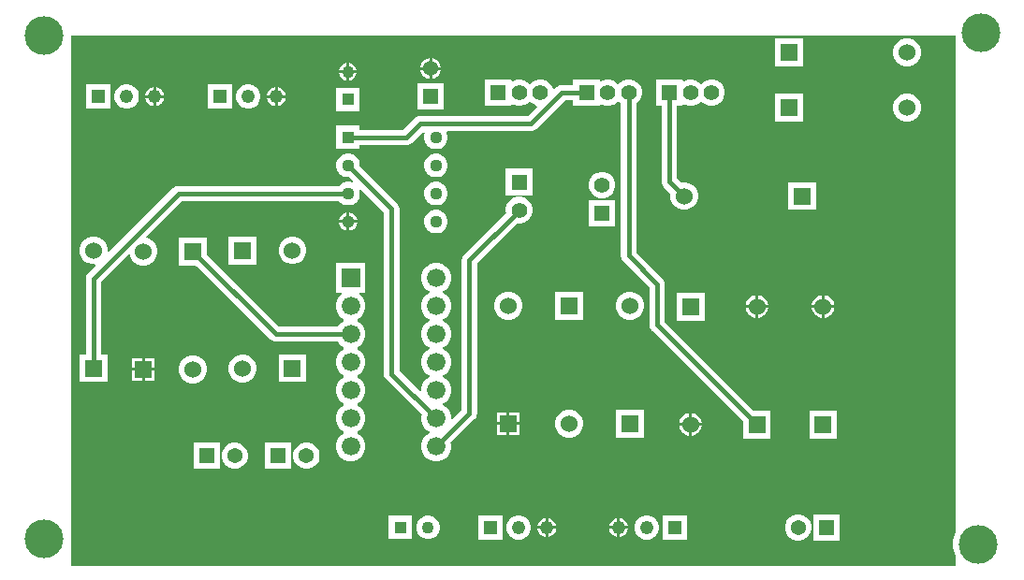
<source format=gbl>
G04*
G04 #@! TF.GenerationSoftware,Altium Limited,Altium Designer,23.7.1 (13)*
G04*
G04 Layer_Physical_Order=2*
G04 Layer_Color=16711680*
%FSLAX44Y44*%
%MOMM*%
G71*
G04*
G04 #@! TF.SameCoordinates,153F72C1-2EA9-491F-B8CB-9A114FCA6393*
G04*
G04*
G04 #@! TF.FilePolarity,Positive*
G04*
G01*
G75*
%ADD14C,1.5240*%
%ADD15R,1.5240X1.5240*%
%ADD31R,1.5240X1.5240*%
%ADD33C,0.3810*%
%ADD35C,3.5000*%
%ADD36C,1.6764*%
%ADD37R,1.6764X1.6764*%
%ADD38C,1.4000*%
%ADD39R,1.4000X1.4000*%
%ADD40R,1.4000X1.4000*%
%ADD41C,1.3700*%
%ADD42R,1.3700X1.3700*%
%ADD43R,1.1000X1.1000*%
%ADD44C,1.1000*%
%ADD45R,1.2180X1.2180*%
%ADD46C,1.2180*%
%ADD47R,1.3700X1.3700*%
%ADD48R,1.1300X1.1300*%
%ADD49C,1.1300*%
%ADD50R,1.1000X1.1000*%
G36*
X1379960Y1098026D02*
X1380000Y1097825D01*
Y650511D01*
X1378365Y646563D01*
X1377500Y642216D01*
Y637784D01*
X1378365Y633437D01*
X1380000Y629489D01*
Y620000D01*
X580000D01*
Y1100000D01*
X1379960D01*
Y1098026D01*
D02*
G37*
%LPC*%
G36*
X1337542Y1097620D02*
X1334218D01*
X1331009Y1096760D01*
X1328131Y1095098D01*
X1325782Y1092749D01*
X1324120Y1089871D01*
X1323260Y1086662D01*
Y1083338D01*
X1324120Y1080129D01*
X1325782Y1077251D01*
X1328131Y1074902D01*
X1331009Y1073240D01*
X1334218Y1072380D01*
X1337542D01*
X1340751Y1073240D01*
X1343629Y1074902D01*
X1345979Y1077251D01*
X1347640Y1080129D01*
X1348500Y1083338D01*
Y1086662D01*
X1347640Y1089871D01*
X1345979Y1092749D01*
X1343629Y1095098D01*
X1340751Y1096760D01*
X1337542Y1097620D01*
D02*
G37*
G36*
X1241820D02*
X1216580D01*
Y1072380D01*
X1241820D01*
Y1097620D01*
D02*
G37*
G36*
X906270Y1079781D02*
Y1071670D01*
X914381D01*
X913750Y1074024D01*
X912514Y1076166D01*
X910766Y1077914D01*
X908624Y1079150D01*
X906270Y1079781D01*
D02*
G37*
G36*
X903730Y1079781D02*
X901376Y1079150D01*
X899234Y1077914D01*
X897486Y1076166D01*
X896250Y1074024D01*
X895619Y1071670D01*
X903730D01*
Y1079781D01*
D02*
G37*
G36*
X831270Y1075483D02*
Y1068770D01*
X837983D01*
X837492Y1070603D01*
X836434Y1072437D01*
X834937Y1073934D01*
X833103Y1074992D01*
X831270Y1075483D01*
D02*
G37*
G36*
X828730D02*
X826897Y1074992D01*
X825063Y1073934D01*
X823566Y1072437D01*
X822508Y1070603D01*
X822017Y1068770D01*
X828730D01*
Y1075483D01*
D02*
G37*
G36*
X903730Y1069130D02*
X895619D01*
X896250Y1066776D01*
X897486Y1064634D01*
X899234Y1062886D01*
X901376Y1061650D01*
X903730Y1061019D01*
Y1069130D01*
D02*
G37*
G36*
X914381D02*
X906270D01*
Y1061019D01*
X908624Y1061650D01*
X910766Y1062886D01*
X912514Y1064634D01*
X913750Y1066776D01*
X914381Y1069130D01*
D02*
G37*
G36*
X837983Y1066230D02*
X831270D01*
Y1059517D01*
X833103Y1060008D01*
X834937Y1061066D01*
X836434Y1062563D01*
X837492Y1064397D01*
X837983Y1066230D01*
D02*
G37*
G36*
X828730D02*
X822017D01*
X822508Y1064397D01*
X823566Y1062563D01*
X825063Y1061066D01*
X826897Y1060008D01*
X828730Y1059517D01*
Y1066230D01*
D02*
G37*
G36*
X1160630Y1060650D02*
X1157470D01*
X1154418Y1059832D01*
X1151682Y1058252D01*
X1149448Y1056018D01*
X1149408Y1056013D01*
X1147368Y1058052D01*
X1144632Y1059632D01*
X1141580Y1060450D01*
X1138420D01*
X1135368Y1059632D01*
X1134050Y1058871D01*
X1132950Y1059506D01*
Y1060650D01*
X1108950D01*
Y1036650D01*
X1113985D01*
Y968170D01*
X1114223Y966367D01*
X1114919Y964688D01*
X1116025Y963245D01*
X1121734Y957536D01*
X1121500Y956662D01*
Y953338D01*
X1122360Y950129D01*
X1124022Y947251D01*
X1126371Y944902D01*
X1129249Y943240D01*
X1132458Y942380D01*
X1135781D01*
X1138991Y943240D01*
X1141869Y944902D01*
X1144219Y947251D01*
X1145880Y950129D01*
X1146740Y953338D01*
Y956662D01*
X1145880Y959871D01*
X1144219Y962749D01*
X1141869Y965098D01*
X1138991Y966760D01*
X1135781Y967620D01*
X1132458D01*
X1131584Y967386D01*
X1127915Y971055D01*
Y1036650D01*
X1132950D01*
Y1037394D01*
X1134050Y1038029D01*
X1135368Y1037268D01*
X1138420Y1036450D01*
X1141580D01*
X1144632Y1037268D01*
X1147368Y1038848D01*
X1149602Y1041082D01*
X1149642Y1041087D01*
X1151682Y1039048D01*
X1154418Y1037468D01*
X1157470Y1036650D01*
X1160630D01*
X1163682Y1037468D01*
X1166418Y1039048D01*
X1168652Y1041282D01*
X1170232Y1044018D01*
X1171050Y1047070D01*
Y1050230D01*
X1170232Y1053282D01*
X1168652Y1056018D01*
X1166418Y1058252D01*
X1163682Y1059832D01*
X1160630Y1060650D01*
D02*
G37*
G36*
X1085630D02*
X1082470D01*
X1079418Y1059832D01*
X1076682Y1058252D01*
X1074448Y1056018D01*
X1074408Y1056013D01*
X1072368Y1058052D01*
X1069632Y1059632D01*
X1066580Y1060450D01*
X1063420D01*
X1060368Y1059632D01*
X1059050Y1058871D01*
X1057950Y1059506D01*
Y1060650D01*
X1033950D01*
Y1055615D01*
X1023715D01*
X1021912Y1055377D01*
X1020232Y1054681D01*
X1018790Y1053575D01*
X1016820Y1051605D01*
X1015593Y1051934D01*
X1015232Y1053282D01*
X1013652Y1056018D01*
X1011418Y1058252D01*
X1008682Y1059832D01*
X1005630Y1060650D01*
X1002470D01*
X999418Y1059832D01*
X996682Y1058252D01*
X994448Y1056018D01*
X994408Y1056013D01*
X992368Y1058052D01*
X989632Y1059632D01*
X986580Y1060450D01*
X983420D01*
X980368Y1059632D01*
X979050Y1058871D01*
X977950Y1059506D01*
Y1060650D01*
X953950D01*
Y1036650D01*
X977950D01*
Y1037394D01*
X979050Y1038029D01*
X980368Y1037268D01*
X983420Y1036450D01*
X986580D01*
X989632Y1037268D01*
X992368Y1038848D01*
X994602Y1041082D01*
X994642Y1041087D01*
X996682Y1039048D01*
X999418Y1037468D01*
X1000766Y1037107D01*
X1001095Y1035880D01*
X992835Y1027620D01*
X895655D01*
X893852Y1027382D01*
X892173Y1026686D01*
X890730Y1025580D01*
X880215Y1015065D01*
X840950D01*
Y1018750D01*
X819650D01*
Y997450D01*
X840950D01*
Y1001135D01*
X883100D01*
X884902Y1001373D01*
X886582Y1002068D01*
X888025Y1003175D01*
X898219Y1013369D01*
X898988Y1013297D01*
X899380Y1012756D01*
X899731Y1012043D01*
X899050Y1009502D01*
Y1006698D01*
X899776Y1003989D01*
X901178Y1001561D01*
X903161Y999578D01*
X905589Y998176D01*
X908298Y997450D01*
X911102D01*
X913811Y998176D01*
X916239Y999578D01*
X918222Y1001561D01*
X919624Y1003989D01*
X920350Y1006698D01*
Y1009502D01*
X919624Y1012211D01*
X919405Y1012590D01*
X920040Y1013690D01*
X995720D01*
X997522Y1013928D01*
X999202Y1014623D01*
X1000644Y1015730D01*
X1026600Y1041685D01*
X1033950D01*
Y1036650D01*
X1057950D01*
Y1037394D01*
X1059050Y1038029D01*
X1060368Y1037268D01*
X1063420Y1036450D01*
X1066580D01*
X1069632Y1037268D01*
X1072368Y1038848D01*
X1074602Y1041082D01*
X1074642Y1041087D01*
X1076682Y1039048D01*
X1077085Y1038815D01*
Y900950D01*
X1077323Y899147D01*
X1078018Y897468D01*
X1079125Y896025D01*
X1103035Y872115D01*
Y838320D01*
X1103273Y836517D01*
X1103969Y834838D01*
X1105075Y833395D01*
X1187380Y751091D01*
Y735700D01*
X1212620D01*
Y760940D01*
X1197229D01*
X1116965Y841205D01*
Y875000D01*
X1116965Y875000D01*
X1116727Y876803D01*
X1116031Y878482D01*
X1114925Y879925D01*
X1091015Y903835D01*
Y1038815D01*
X1091418Y1039048D01*
X1093652Y1041282D01*
X1095232Y1044018D01*
X1096050Y1047070D01*
Y1050230D01*
X1095232Y1053282D01*
X1093652Y1056018D01*
X1091418Y1058252D01*
X1088682Y1059832D01*
X1085630Y1060650D01*
D02*
G37*
G36*
X766670Y1053594D02*
Y1046270D01*
X773994D01*
X773442Y1048331D01*
X772306Y1050299D01*
X770699Y1051906D01*
X768731Y1053042D01*
X766670Y1053594D01*
D02*
G37*
G36*
X764130D02*
X762069Y1053042D01*
X760101Y1051906D01*
X758494Y1050299D01*
X757358Y1048331D01*
X756806Y1046270D01*
X764130D01*
Y1053594D01*
D02*
G37*
G36*
X656670D02*
Y1046270D01*
X663994D01*
X663442Y1048331D01*
X662306Y1050299D01*
X660699Y1051906D01*
X658731Y1053042D01*
X656670Y1053594D01*
D02*
G37*
G36*
X654130D02*
X652069Y1053042D01*
X650101Y1051906D01*
X648494Y1050299D01*
X647358Y1048331D01*
X646806Y1046270D01*
X654130D01*
Y1053594D01*
D02*
G37*
G36*
X773994Y1043730D02*
X766670D01*
Y1036406D01*
X768731Y1036958D01*
X770699Y1038094D01*
X772306Y1039701D01*
X773442Y1041669D01*
X773994Y1043730D01*
D02*
G37*
G36*
X764130D02*
X756806D01*
X757358Y1041669D01*
X758494Y1039701D01*
X760101Y1038094D01*
X762069Y1036958D01*
X764130Y1036406D01*
Y1043730D01*
D02*
G37*
G36*
X663994D02*
X656670D01*
Y1036406D01*
X658731Y1036958D01*
X660699Y1038094D01*
X662306Y1039701D01*
X663442Y1041669D01*
X663994Y1043730D01*
D02*
G37*
G36*
X654130D02*
X646806D01*
X647358Y1041669D01*
X648494Y1039701D01*
X650101Y1038094D01*
X652069Y1036958D01*
X654130Y1036406D01*
Y1043730D01*
D02*
G37*
G36*
X741460Y1056090D02*
X738540D01*
X735719Y1055334D01*
X733191Y1053874D01*
X731126Y1051809D01*
X729666Y1049281D01*
X728910Y1046460D01*
Y1043540D01*
X729666Y1040719D01*
X731126Y1038191D01*
X733191Y1036126D01*
X735719Y1034666D01*
X738540Y1033910D01*
X741460D01*
X744281Y1034666D01*
X746809Y1036126D01*
X748874Y1038191D01*
X750334Y1040719D01*
X751090Y1043540D01*
Y1046460D01*
X750334Y1049281D01*
X748874Y1051809D01*
X746809Y1053874D01*
X744281Y1055334D01*
X741460Y1056090D01*
D02*
G37*
G36*
X725690D02*
X703510D01*
Y1033910D01*
X725690D01*
Y1056090D01*
D02*
G37*
G36*
X631460D02*
X628540D01*
X625719Y1055334D01*
X623191Y1053874D01*
X621126Y1051809D01*
X619666Y1049281D01*
X618910Y1046460D01*
Y1043540D01*
X619666Y1040719D01*
X621126Y1038191D01*
X623191Y1036126D01*
X625719Y1034666D01*
X628540Y1033910D01*
X631460D01*
X634281Y1034666D01*
X636809Y1036126D01*
X638874Y1038191D01*
X640334Y1040719D01*
X641090Y1043540D01*
Y1046460D01*
X640334Y1049281D01*
X638874Y1051809D01*
X636809Y1053874D01*
X634281Y1055334D01*
X631460Y1056090D01*
D02*
G37*
G36*
X615690D02*
X593510D01*
Y1033910D01*
X615690D01*
Y1056090D01*
D02*
G37*
G36*
X916850Y1056850D02*
X893150D01*
Y1033150D01*
X916850D01*
Y1056850D01*
D02*
G37*
G36*
X840500Y1053000D02*
X819500D01*
Y1032000D01*
X840500D01*
Y1053000D01*
D02*
G37*
G36*
X1337542Y1047620D02*
X1334218D01*
X1331009Y1046760D01*
X1328131Y1045098D01*
X1325782Y1042749D01*
X1324120Y1039871D01*
X1323260Y1036662D01*
Y1033338D01*
X1324120Y1030129D01*
X1325782Y1027251D01*
X1328131Y1024902D01*
X1331009Y1023240D01*
X1334218Y1022380D01*
X1337542D01*
X1340751Y1023240D01*
X1343629Y1024902D01*
X1345979Y1027251D01*
X1347640Y1030129D01*
X1348500Y1033338D01*
Y1036662D01*
X1347640Y1039871D01*
X1345979Y1042749D01*
X1343629Y1045098D01*
X1340751Y1046760D01*
X1337542Y1047620D01*
D02*
G37*
G36*
X1241820D02*
X1216580D01*
Y1022380D01*
X1241820D01*
Y1047620D01*
D02*
G37*
G36*
X911102Y993350D02*
X908298D01*
X905589Y992624D01*
X903161Y991222D01*
X901178Y989239D01*
X899776Y986811D01*
X899050Y984102D01*
Y981298D01*
X899776Y978589D01*
X901178Y976161D01*
X903161Y974178D01*
X905589Y972776D01*
X908298Y972050D01*
X911102D01*
X913811Y972776D01*
X916239Y974178D01*
X918222Y976161D01*
X919624Y978589D01*
X920350Y981298D01*
Y984102D01*
X919624Y986811D01*
X918222Y989239D01*
X916239Y991222D01*
X913811Y992624D01*
X911102Y993350D01*
D02*
G37*
G36*
X831702D02*
X828898D01*
X826189Y992624D01*
X823761Y991222D01*
X821778Y989239D01*
X820376Y986811D01*
X819650Y984102D01*
Y981298D01*
X820376Y978589D01*
X821778Y976161D01*
X823761Y974178D01*
X826189Y972776D01*
X828898Y972050D01*
X831101D01*
X834685Y968465D01*
X834028Y967327D01*
X831702Y967950D01*
X828898D01*
X826189Y967224D01*
X823761Y965822D01*
X822203Y964265D01*
X676759D01*
X674956Y964027D01*
X673276Y963332D01*
X671834Y962225D01*
X613890Y904281D01*
X612620Y904807D01*
Y907542D01*
X611760Y910751D01*
X610098Y913629D01*
X607749Y915978D01*
X604871Y917640D01*
X601661Y918500D01*
X598339D01*
X595129Y917640D01*
X592251Y915978D01*
X589902Y913629D01*
X588240Y910751D01*
X587380Y907542D01*
Y904219D01*
X588240Y901009D01*
X589902Y898131D01*
X592251Y895781D01*
X595129Y894120D01*
X598339Y893260D01*
X601073D01*
X601599Y891990D01*
X595075Y885466D01*
X593969Y884024D01*
X593273Y882344D01*
X593035Y880541D01*
Y811820D01*
X587380D01*
Y786580D01*
X612620D01*
Y811820D01*
X606965D01*
Y877657D01*
X631538Y902230D01*
X632765Y901902D01*
X633240Y900129D01*
X634902Y897251D01*
X637251Y894902D01*
X640129Y893240D01*
X643338Y892380D01*
X646662D01*
X649871Y893240D01*
X652749Y894902D01*
X655098Y897251D01*
X656760Y900129D01*
X657620Y903338D01*
Y906662D01*
X656760Y909871D01*
X655098Y912749D01*
X652749Y915098D01*
X649871Y916760D01*
X648098Y917235D01*
X647770Y918462D01*
X679643Y950335D01*
X822203D01*
X823761Y948778D01*
X826189Y947376D01*
X828898Y946650D01*
X831702D01*
X834411Y947376D01*
X836839Y948778D01*
X838822Y950761D01*
X840224Y953189D01*
X840950Y955898D01*
Y958702D01*
X840327Y961028D01*
X841466Y961685D01*
X862663Y940488D01*
Y794173D01*
X862900Y792370D01*
X863596Y790690D01*
X864703Y789248D01*
X896992Y756958D01*
X896618Y755562D01*
Y752038D01*
X897530Y748635D01*
X899292Y745583D01*
X901783Y743092D01*
X903963Y741833D01*
Y740367D01*
X901783Y739108D01*
X899292Y736617D01*
X897530Y733565D01*
X896618Y730162D01*
Y726638D01*
X897530Y723235D01*
X899292Y720183D01*
X901783Y717692D01*
X904835Y715930D01*
X908238Y715018D01*
X911762D01*
X915165Y715930D01*
X918217Y717692D01*
X920708Y720183D01*
X922470Y723235D01*
X923382Y726638D01*
Y730162D01*
X923008Y731558D01*
X944925Y753475D01*
X946031Y754918D01*
X946727Y756597D01*
X946965Y758400D01*
Y894415D01*
X982970Y930421D01*
X983420Y930300D01*
X986580D01*
X989632Y931118D01*
X992368Y932698D01*
X994602Y934932D01*
X996182Y937668D01*
X997000Y940720D01*
Y943880D01*
X996182Y946932D01*
X994602Y949668D01*
X992368Y951902D01*
X989632Y953482D01*
X986580Y954300D01*
X983420D01*
X980368Y953482D01*
X977632Y951902D01*
X975398Y949668D01*
X973818Y946932D01*
X973000Y943880D01*
Y940720D01*
X973121Y940270D01*
X935075Y902225D01*
X933969Y900782D01*
X933273Y899102D01*
X933035Y897300D01*
Y761285D01*
X924652Y752901D01*
X923382Y753427D01*
Y755562D01*
X922470Y758965D01*
X920708Y762017D01*
X918217Y764508D01*
X916037Y765767D01*
Y767233D01*
X918217Y768492D01*
X920708Y770983D01*
X922470Y774035D01*
X923382Y777438D01*
Y780962D01*
X922470Y784365D01*
X920708Y787417D01*
X918217Y789908D01*
X916037Y791167D01*
Y792633D01*
X918217Y793892D01*
X920708Y796383D01*
X922470Y799435D01*
X923382Y802838D01*
Y806362D01*
X922470Y809765D01*
X920708Y812817D01*
X918217Y815308D01*
X916037Y816567D01*
Y818033D01*
X918217Y819292D01*
X920708Y821783D01*
X922470Y824835D01*
X923382Y828238D01*
Y831762D01*
X922470Y835165D01*
X920708Y838217D01*
X918217Y840708D01*
X916037Y841967D01*
Y843433D01*
X918217Y844692D01*
X920708Y847183D01*
X922470Y850235D01*
X923382Y853638D01*
Y857162D01*
X922470Y860565D01*
X920708Y863617D01*
X918217Y866108D01*
X916037Y867367D01*
Y868833D01*
X918217Y870092D01*
X920708Y872583D01*
X922470Y875635D01*
X923382Y879038D01*
Y882562D01*
X922470Y885965D01*
X920708Y889017D01*
X918217Y891508D01*
X915165Y893270D01*
X911762Y894182D01*
X908238D01*
X904835Y893270D01*
X901783Y891508D01*
X899292Y889017D01*
X897530Y885965D01*
X896618Y882562D01*
Y879038D01*
X897530Y875635D01*
X899292Y872583D01*
X901783Y870092D01*
X903963Y868833D01*
Y867367D01*
X901783Y866108D01*
X899292Y863617D01*
X897530Y860565D01*
X896618Y857162D01*
Y853638D01*
X897530Y850235D01*
X899292Y847183D01*
X901783Y844692D01*
X903963Y843433D01*
Y841967D01*
X901783Y840708D01*
X899292Y838217D01*
X897530Y835165D01*
X896618Y831762D01*
Y828238D01*
X897530Y824835D01*
X899292Y821783D01*
X901783Y819292D01*
X903963Y818033D01*
Y816567D01*
X901783Y815308D01*
X899292Y812817D01*
X897530Y809765D01*
X896618Y806362D01*
Y802838D01*
X897530Y799435D01*
X899292Y796383D01*
X901783Y793892D01*
X903963Y792633D01*
Y791167D01*
X901783Y789908D01*
X899292Y787417D01*
X897530Y784365D01*
X896618Y780962D01*
Y778827D01*
X895348Y778301D01*
X876592Y797058D01*
Y943373D01*
X876355Y945175D01*
X875659Y946855D01*
X874552Y948297D01*
X840950Y981899D01*
Y984102D01*
X840224Y986811D01*
X838822Y989239D01*
X836839Y991222D01*
X834411Y992624D01*
X831702Y993350D01*
D02*
G37*
G36*
X997000Y979700D02*
X973000D01*
Y955700D01*
X997000D01*
Y979700D01*
D02*
G37*
G36*
X1061580Y977000D02*
X1058420D01*
X1055368Y976182D01*
X1052632Y974602D01*
X1050398Y972368D01*
X1048818Y969632D01*
X1048000Y966580D01*
Y963420D01*
X1048818Y960368D01*
X1050398Y957632D01*
X1052632Y955398D01*
X1055368Y953818D01*
X1058420Y953000D01*
X1061580D01*
X1064632Y953818D01*
X1067368Y955398D01*
X1069602Y957632D01*
X1071182Y960368D01*
X1072000Y963420D01*
Y966580D01*
X1071182Y969632D01*
X1069602Y972368D01*
X1067368Y974602D01*
X1064632Y976182D01*
X1061580Y977000D01*
D02*
G37*
G36*
X911102Y967950D02*
X908298D01*
X905589Y967224D01*
X903161Y965822D01*
X901178Y963839D01*
X899776Y961411D01*
X899050Y958702D01*
Y955898D01*
X899776Y953189D01*
X901178Y950761D01*
X903161Y948778D01*
X905589Y947376D01*
X908298Y946650D01*
X911102D01*
X913811Y947376D01*
X916239Y948778D01*
X918222Y950761D01*
X919624Y953189D01*
X920350Y955898D01*
Y958702D01*
X919624Y961411D01*
X918222Y963839D01*
X916239Y965822D01*
X913811Y967224D01*
X911102Y967950D01*
D02*
G37*
G36*
X1253420Y967620D02*
X1228180D01*
Y942380D01*
X1253420D01*
Y967620D01*
D02*
G37*
G36*
X831570Y940039D02*
Y933170D01*
X838439D01*
X837932Y935061D01*
X836854Y936929D01*
X835329Y938454D01*
X833461Y939532D01*
X831570Y940039D01*
D02*
G37*
G36*
X829030D02*
X827139Y939532D01*
X825271Y938454D01*
X823746Y936929D01*
X822668Y935061D01*
X822161Y933170D01*
X829030D01*
Y940039D01*
D02*
G37*
G36*
X1072000Y951600D02*
X1048000D01*
Y927600D01*
X1072000D01*
Y951600D01*
D02*
G37*
G36*
X838439Y930630D02*
X831570D01*
Y923761D01*
X833461Y924268D01*
X835329Y925346D01*
X836854Y926871D01*
X837932Y928739D01*
X838439Y930630D01*
D02*
G37*
G36*
X829030D02*
X822161D01*
X822668Y928739D01*
X823746Y926871D01*
X825271Y925346D01*
X827139Y924268D01*
X829030Y923761D01*
Y930630D01*
D02*
G37*
G36*
X911102Y942550D02*
X908298D01*
X905589Y941824D01*
X903161Y940422D01*
X901178Y938439D01*
X899776Y936011D01*
X899050Y933302D01*
Y930498D01*
X899776Y927789D01*
X901178Y925361D01*
X903161Y923378D01*
X905589Y921976D01*
X908298Y921250D01*
X911102D01*
X913811Y921976D01*
X916239Y923378D01*
X918222Y925361D01*
X919624Y927789D01*
X920350Y930498D01*
Y933302D01*
X919624Y936011D01*
X918222Y938439D01*
X916239Y940422D01*
X913811Y941824D01*
X911102Y942550D01*
D02*
G37*
G36*
X781662Y918500D02*
X778338D01*
X775129Y917640D01*
X772251Y915978D01*
X769902Y913629D01*
X768240Y910751D01*
X767380Y907542D01*
Y904219D01*
X768240Y901009D01*
X769902Y898131D01*
X772251Y895781D01*
X775129Y894120D01*
X778338Y893260D01*
X781662D01*
X784871Y894120D01*
X787749Y895781D01*
X790098Y898131D01*
X791760Y901009D01*
X792620Y904219D01*
Y907542D01*
X791760Y910751D01*
X790098Y913629D01*
X787749Y915978D01*
X784871Y917640D01*
X781662Y918500D01*
D02*
G37*
G36*
X747620Y918420D02*
X722380D01*
Y893180D01*
X747620D01*
Y918420D01*
D02*
G37*
G36*
X1201338Y865160D02*
X1201270D01*
Y856270D01*
X1210160D01*
Y856338D01*
X1209468Y858922D01*
X1208130Y861238D01*
X1206238Y863130D01*
X1203922Y864468D01*
X1201338Y865160D01*
D02*
G37*
G36*
X1198730D02*
X1198662D01*
X1196078Y864468D01*
X1193762Y863130D01*
X1191870Y861238D01*
X1190532Y858922D01*
X1189840Y856338D01*
Y856270D01*
X1198730D01*
Y865160D01*
D02*
G37*
G36*
X1261338D02*
X1261270D01*
Y856270D01*
X1270160D01*
Y856338D01*
X1269468Y858922D01*
X1268130Y861238D01*
X1266238Y863130D01*
X1263922Y864468D01*
X1261338Y865160D01*
D02*
G37*
G36*
X1258730D02*
X1258662D01*
X1256078Y864468D01*
X1253762Y863130D01*
X1251870Y861238D01*
X1250532Y858922D01*
X1249840Y856338D01*
Y856270D01*
X1258730D01*
Y865160D01*
D02*
G37*
G36*
X1270160Y853730D02*
X1261270D01*
Y844840D01*
X1261338D01*
X1263922Y845532D01*
X1266238Y846870D01*
X1268130Y848762D01*
X1269468Y851078D01*
X1270160Y853662D01*
Y853730D01*
D02*
G37*
G36*
X1258730D02*
X1249840D01*
Y853662D01*
X1250532Y851078D01*
X1251870Y848762D01*
X1253762Y846870D01*
X1256078Y845532D01*
X1258662Y844840D01*
X1258730D01*
Y853730D01*
D02*
G37*
G36*
X1210160Y853730D02*
X1201270D01*
Y844840D01*
X1201338D01*
X1203922Y845532D01*
X1206238Y846870D01*
X1208130Y848762D01*
X1209468Y851078D01*
X1210160Y853662D01*
Y853730D01*
D02*
G37*
G36*
X1198730D02*
X1189840D01*
Y853662D01*
X1190532Y851078D01*
X1191870Y848762D01*
X1193762Y846870D01*
X1196078Y845532D01*
X1198662Y844840D01*
X1198730D01*
Y853730D01*
D02*
G37*
G36*
X1086662Y868500D02*
X1083338D01*
X1080129Y867640D01*
X1077251Y865978D01*
X1074902Y863629D01*
X1073240Y860751D01*
X1072380Y857542D01*
Y854219D01*
X1073240Y851009D01*
X1074902Y848131D01*
X1077251Y845781D01*
X1080129Y844120D01*
X1083338Y843260D01*
X1086662D01*
X1089871Y844120D01*
X1092749Y845781D01*
X1095098Y848131D01*
X1096760Y851009D01*
X1097620Y854219D01*
Y857542D01*
X1096760Y860751D01*
X1095098Y863629D01*
X1092749Y865978D01*
X1089871Y867640D01*
X1086662Y868500D01*
D02*
G37*
G36*
X976662D02*
X973338D01*
X970129Y867640D01*
X967251Y865978D01*
X964902Y863629D01*
X963240Y860751D01*
X962380Y857542D01*
Y854219D01*
X963240Y851009D01*
X964902Y848131D01*
X967251Y845781D01*
X970129Y844120D01*
X973338Y843260D01*
X976662D01*
X979871Y844120D01*
X982749Y845781D01*
X985098Y848131D01*
X986760Y851009D01*
X987620Y854219D01*
Y857542D01*
X986760Y860751D01*
X985098Y863629D01*
X982749Y865978D01*
X979871Y867640D01*
X976662Y868500D01*
D02*
G37*
G36*
X1042620Y868420D02*
X1017380D01*
Y843180D01*
X1042620D01*
Y868420D01*
D02*
G37*
G36*
X1152620Y867620D02*
X1127380D01*
Y842380D01*
X1152620D01*
Y867620D01*
D02*
G37*
G36*
X655160Y808480D02*
X646270D01*
Y799590D01*
X655160D01*
Y808480D01*
D02*
G37*
G36*
X643730D02*
X634840D01*
Y799590D01*
X643730D01*
Y808480D01*
D02*
G37*
G36*
X655160Y797050D02*
X646270D01*
Y788160D01*
X655160D01*
Y797050D01*
D02*
G37*
G36*
X643730D02*
X634840D01*
Y788160D01*
X643730D01*
Y797050D01*
D02*
G37*
G36*
X792620Y811820D02*
X767380D01*
Y786580D01*
X792620D01*
Y811820D01*
D02*
G37*
G36*
X736662Y811740D02*
X733338D01*
X730129Y810880D01*
X727251Y809219D01*
X724902Y806869D01*
X723240Y803991D01*
X722380Y800781D01*
Y797458D01*
X723240Y794249D01*
X724902Y791371D01*
X727251Y789022D01*
X730129Y787360D01*
X733338Y786500D01*
X736662D01*
X739871Y787360D01*
X742749Y789022D01*
X745098Y791371D01*
X746760Y794249D01*
X747620Y797458D01*
Y800781D01*
X746760Y803991D01*
X745098Y806869D01*
X742749Y809219D01*
X739871Y810880D01*
X736662Y811740D01*
D02*
G37*
G36*
X691662Y810940D02*
X688338D01*
X685129Y810080D01*
X682251Y808419D01*
X679902Y806069D01*
X678240Y803191D01*
X677380Y799982D01*
Y796658D01*
X678240Y793449D01*
X679902Y790571D01*
X682251Y788222D01*
X685129Y786560D01*
X688338Y785700D01*
X691662D01*
X694871Y786560D01*
X697749Y788222D01*
X700098Y790571D01*
X701760Y793449D01*
X702620Y796658D01*
Y799982D01*
X701760Y803191D01*
X700098Y806069D01*
X697749Y808419D01*
X694871Y810080D01*
X691662Y810940D01*
D02*
G37*
G36*
X985160Y759360D02*
X976270D01*
Y750470D01*
X985160D01*
Y759360D01*
D02*
G37*
G36*
X973730D02*
X964840D01*
Y750470D01*
X973730D01*
Y759360D01*
D02*
G37*
G36*
X1141338Y758480D02*
X1141270D01*
Y749590D01*
X1150160D01*
Y749658D01*
X1149468Y752242D01*
X1148130Y754558D01*
X1146238Y756450D01*
X1143922Y757788D01*
X1141338Y758480D01*
D02*
G37*
G36*
X1138730D02*
X1138662D01*
X1136078Y757788D01*
X1133762Y756450D01*
X1131870Y754558D01*
X1130532Y752242D01*
X1129840Y749658D01*
Y749590D01*
X1138730D01*
Y758480D01*
D02*
G37*
G36*
X985160Y747930D02*
X976270D01*
Y739040D01*
X985160D01*
Y747930D01*
D02*
G37*
G36*
X973730D02*
X964840D01*
Y739040D01*
X973730D01*
Y747930D01*
D02*
G37*
G36*
X1150160Y747050D02*
X1141270D01*
Y738160D01*
X1141338D01*
X1143922Y738852D01*
X1146238Y740190D01*
X1148130Y742082D01*
X1149468Y744398D01*
X1150160Y746982D01*
Y747050D01*
D02*
G37*
G36*
X1138730D02*
X1129840D01*
Y746982D01*
X1130532Y744398D01*
X1131870Y742082D01*
X1133762Y740190D01*
X1136078Y738852D01*
X1138662Y738160D01*
X1138730D01*
Y747050D01*
D02*
G37*
G36*
X1097620Y761820D02*
X1072380D01*
Y736580D01*
X1097620D01*
Y761820D01*
D02*
G37*
G36*
X1031662Y761740D02*
X1028338D01*
X1025129Y760880D01*
X1022251Y759219D01*
X1019902Y756869D01*
X1018240Y753991D01*
X1017380Y750781D01*
Y747458D01*
X1018240Y744249D01*
X1019902Y741371D01*
X1022251Y739022D01*
X1025129Y737360D01*
X1028338Y736500D01*
X1031662D01*
X1034871Y737360D01*
X1037749Y739022D01*
X1040098Y741371D01*
X1041760Y744249D01*
X1042620Y747458D01*
Y750781D01*
X1041760Y753991D01*
X1040098Y756869D01*
X1037749Y759219D01*
X1034871Y760880D01*
X1031662Y761740D01*
D02*
G37*
G36*
X1272620Y760940D02*
X1247380D01*
Y735700D01*
X1272620D01*
Y760940D01*
D02*
G37*
G36*
X702620Y917620D02*
X677380D01*
Y892380D01*
X692771D01*
X760075Y825075D01*
X761518Y823969D01*
X763197Y823273D01*
X765000Y823035D01*
X765000Y823035D01*
X821099D01*
X821822Y821783D01*
X824313Y819292D01*
X826493Y818033D01*
Y816567D01*
X824313Y815308D01*
X821822Y812817D01*
X820060Y809765D01*
X819148Y806362D01*
Y802838D01*
X820060Y799435D01*
X821822Y796383D01*
X824313Y793892D01*
X826493Y792633D01*
Y791167D01*
X824313Y789908D01*
X821822Y787417D01*
X820060Y784365D01*
X819148Y780962D01*
Y777438D01*
X820060Y774035D01*
X821822Y770983D01*
X824313Y768492D01*
X826493Y767233D01*
Y765767D01*
X824313Y764508D01*
X821822Y762017D01*
X820060Y758965D01*
X819148Y755562D01*
Y752038D01*
X820060Y748635D01*
X821822Y745583D01*
X824313Y743092D01*
X826493Y741833D01*
Y740367D01*
X824313Y739108D01*
X821822Y736617D01*
X820060Y733565D01*
X819148Y730162D01*
Y726638D01*
X820060Y723235D01*
X821822Y720183D01*
X824313Y717692D01*
X827365Y715930D01*
X830768Y715018D01*
X834292D01*
X837695Y715930D01*
X840747Y717692D01*
X843238Y720183D01*
X845000Y723235D01*
X845912Y726638D01*
Y730162D01*
X845000Y733565D01*
X843238Y736617D01*
X840747Y739108D01*
X838567Y740367D01*
Y741833D01*
X840747Y743092D01*
X843238Y745583D01*
X845000Y748635D01*
X845912Y752038D01*
Y755562D01*
X845000Y758965D01*
X843238Y762017D01*
X840747Y764508D01*
X838567Y765767D01*
Y767233D01*
X840747Y768492D01*
X843238Y770983D01*
X845000Y774035D01*
X845912Y777438D01*
Y780962D01*
X845000Y784365D01*
X843238Y787417D01*
X840747Y789908D01*
X838567Y791167D01*
Y792633D01*
X840747Y793892D01*
X843238Y796383D01*
X845000Y799435D01*
X845912Y802838D01*
Y806362D01*
X845000Y809765D01*
X843238Y812817D01*
X840747Y815308D01*
X838567Y816567D01*
Y818033D01*
X840747Y819292D01*
X843238Y821783D01*
X845000Y824835D01*
X845912Y828238D01*
Y831762D01*
X845000Y835165D01*
X843238Y838217D01*
X840747Y840708D01*
X838567Y841967D01*
Y843433D01*
X840747Y844692D01*
X843238Y847183D01*
X845000Y850235D01*
X845912Y853638D01*
Y857162D01*
X845000Y860565D01*
X843238Y863617D01*
X840747Y866108D01*
X840603Y866191D01*
X840932Y867418D01*
X845912D01*
Y894182D01*
X819148D01*
Y867418D01*
X824128D01*
X824457Y866191D01*
X824313Y866108D01*
X821822Y863617D01*
X820060Y860565D01*
X819148Y857162D01*
Y853638D01*
X820060Y850235D01*
X821822Y847183D01*
X824313Y844692D01*
X826493Y843433D01*
Y841967D01*
X824313Y840708D01*
X821822Y838217D01*
X821099Y836965D01*
X767885D01*
X702620Y902229D01*
Y917620D01*
D02*
G37*
G36*
X794260Y731850D02*
X791140D01*
X788126Y731042D01*
X785424Y729482D01*
X783218Y727276D01*
X781657Y724574D01*
X780850Y721560D01*
Y718440D01*
X781657Y715426D01*
X783218Y712724D01*
X785424Y710518D01*
X788126Y708958D01*
X791140Y708150D01*
X794260D01*
X797274Y708958D01*
X799976Y710518D01*
X802182Y712724D01*
X803742Y715426D01*
X804550Y718440D01*
Y721560D01*
X803742Y724574D01*
X802182Y727276D01*
X799976Y729482D01*
X797274Y731042D01*
X794260Y731850D01*
D02*
G37*
G36*
X779150D02*
X755450D01*
Y708150D01*
X779150D01*
Y731850D01*
D02*
G37*
G36*
X729260D02*
X726140D01*
X723126Y731042D01*
X720424Y729482D01*
X718218Y727276D01*
X716657Y724574D01*
X715850Y721560D01*
Y718440D01*
X716657Y715426D01*
X718218Y712724D01*
X720424Y710518D01*
X723126Y708958D01*
X726140Y708150D01*
X729260D01*
X732274Y708958D01*
X734976Y710518D01*
X737182Y712724D01*
X738742Y715426D01*
X739550Y718440D01*
Y721560D01*
X738742Y724574D01*
X737182Y727276D01*
X734976Y729482D01*
X732274Y731042D01*
X729260Y731850D01*
D02*
G37*
G36*
X714150D02*
X690450D01*
Y708150D01*
X714150D01*
Y731850D01*
D02*
G37*
G36*
X1076270Y663594D02*
Y656270D01*
X1083594D01*
X1083042Y658331D01*
X1081906Y660299D01*
X1080299Y661906D01*
X1078331Y663042D01*
X1076270Y663594D01*
D02*
G37*
G36*
X1011270D02*
Y656270D01*
X1018594D01*
X1018042Y658331D01*
X1016906Y660299D01*
X1015299Y661906D01*
X1013331Y663042D01*
X1011270Y663594D01*
D02*
G37*
G36*
X1008730D02*
X1006669Y663042D01*
X1004701Y661906D01*
X1003094Y660299D01*
X1001958Y658331D01*
X1001406Y656270D01*
X1008730D01*
Y663594D01*
D02*
G37*
G36*
X1073730Y663594D02*
X1071669Y663042D01*
X1069701Y661906D01*
X1068094Y660299D01*
X1066958Y658331D01*
X1066406Y656270D01*
X1073730D01*
Y663594D01*
D02*
G37*
G36*
X1083594Y653730D02*
X1076270D01*
Y646406D01*
X1078331Y646958D01*
X1080299Y648094D01*
X1081906Y649701D01*
X1083042Y651669D01*
X1083594Y653730D01*
D02*
G37*
G36*
X1018594D02*
X1011270D01*
Y646406D01*
X1013331Y646958D01*
X1015299Y648094D01*
X1016906Y649701D01*
X1018042Y651669D01*
X1018594Y653730D01*
D02*
G37*
G36*
X1008730D02*
X1001406D01*
X1001958Y651669D01*
X1003094Y649701D01*
X1004701Y648094D01*
X1006669Y646958D01*
X1008730Y646406D01*
Y653730D01*
D02*
G37*
G36*
X1073730D02*
X1066406D01*
X1066958Y651669D01*
X1068094Y649701D01*
X1069701Y648094D01*
X1071669Y646958D01*
X1073730Y646406D01*
Y653730D01*
D02*
G37*
G36*
X903882Y665500D02*
X901118D01*
X898447Y664784D01*
X896053Y663402D01*
X894098Y661447D01*
X892716Y659053D01*
X892000Y656382D01*
Y653618D01*
X892716Y650947D01*
X894098Y648553D01*
X896053Y646598D01*
X898447Y645216D01*
X901118Y644500D01*
X903882D01*
X906553Y645216D01*
X908947Y646598D01*
X910902Y648553D01*
X912284Y650947D01*
X913000Y653618D01*
Y656382D01*
X912284Y659053D01*
X910902Y661447D01*
X908947Y663402D01*
X906553Y664784D01*
X903882Y665500D01*
D02*
G37*
G36*
X888000D02*
X867000D01*
Y644500D01*
X888000D01*
Y665500D01*
D02*
G37*
G36*
X1136890Y666090D02*
X1114710D01*
Y643910D01*
X1136890D01*
Y666090D01*
D02*
G37*
G36*
X1101860D02*
X1098940D01*
X1096119Y665334D01*
X1093591Y663874D01*
X1091526Y661809D01*
X1090066Y659281D01*
X1089310Y656460D01*
Y653540D01*
X1090066Y650719D01*
X1091526Y648191D01*
X1093591Y646126D01*
X1096119Y644666D01*
X1098940Y643910D01*
X1101860D01*
X1104681Y644666D01*
X1107209Y646126D01*
X1109274Y648191D01*
X1110734Y650719D01*
X1111490Y653540D01*
Y656460D01*
X1110734Y659281D01*
X1109274Y661809D01*
X1107209Y663874D01*
X1104681Y665334D01*
X1101860Y666090D01*
D02*
G37*
G36*
X986060D02*
X983140D01*
X980319Y665334D01*
X977791Y663874D01*
X975726Y661809D01*
X974266Y659281D01*
X973510Y656460D01*
Y653540D01*
X974266Y650719D01*
X975726Y648191D01*
X977791Y646126D01*
X980319Y644666D01*
X983140Y643910D01*
X986060D01*
X988881Y644666D01*
X991409Y646126D01*
X993474Y648191D01*
X994934Y650719D01*
X995690Y653540D01*
Y656460D01*
X994934Y659281D01*
X993474Y661809D01*
X991409Y663874D01*
X988881Y665334D01*
X986060Y666090D01*
D02*
G37*
G36*
X970290D02*
X948110D01*
Y643910D01*
X970290D01*
Y666090D01*
D02*
G37*
G36*
X1274550Y666850D02*
X1250850D01*
Y643150D01*
X1274550D01*
Y666850D01*
D02*
G37*
G36*
X1238860D02*
X1235740D01*
X1232726Y666042D01*
X1230024Y664482D01*
X1227818Y662276D01*
X1226257Y659574D01*
X1225450Y656560D01*
Y653440D01*
X1226257Y650426D01*
X1227818Y647724D01*
X1230024Y645518D01*
X1232726Y643958D01*
X1235740Y643150D01*
X1238860D01*
X1241874Y643958D01*
X1244576Y645518D01*
X1246782Y647724D01*
X1248342Y650426D01*
X1249150Y653440D01*
Y656560D01*
X1248342Y659574D01*
X1246782Y662276D01*
X1244576Y664482D01*
X1241874Y666042D01*
X1238860Y666850D01*
D02*
G37*
%LPD*%
D14*
X1335880Y1035000D02*
D03*
Y1085000D02*
D03*
X1134120Y955000D02*
D03*
X1200000Y855000D02*
D03*
X1260000D02*
D03*
X600000Y905880D02*
D03*
X780000D02*
D03*
X735000Y799120D02*
D03*
X975000Y855880D02*
D03*
X1030000Y749120D02*
D03*
X1140000Y748320D02*
D03*
X1085000Y855880D02*
D03*
X690000Y798320D02*
D03*
X645000Y905000D02*
D03*
D15*
X1229200Y1035000D02*
D03*
Y1085000D02*
D03*
X1240800Y955000D02*
D03*
D31*
X1200000Y748320D02*
D03*
X1260000D02*
D03*
X600000Y799200D02*
D03*
X780000D02*
D03*
X735000Y905800D02*
D03*
X975000Y749200D02*
D03*
X1030000Y855800D02*
D03*
X1140000Y855000D02*
D03*
X1085000Y749200D02*
D03*
X690000Y905000D02*
D03*
X645000Y798320D02*
D03*
D33*
X676759Y957300D02*
X830300D01*
X600000Y880541D02*
X676759Y957300D01*
X600000Y799200D02*
Y880541D01*
X690000Y905000D02*
X765000Y830000D01*
X832530D01*
X910000Y728400D02*
X940000Y758400D01*
Y897300D02*
X985000Y942300D01*
X940000Y758400D02*
Y897300D01*
X1084050Y900950D02*
Y1048650D01*
Y900950D02*
X1110000Y875000D01*
Y838320D02*
Y875000D01*
Y838320D02*
X1200000Y748320D01*
X830300Y1008100D02*
X883100D01*
X895655Y1020655D02*
X995720D01*
X883100Y1008100D02*
X895655Y1020655D01*
X995720D02*
X1023715Y1048650D01*
X1045950D01*
X1120950Y968170D02*
Y1048650D01*
Y968170D02*
X1134120Y955000D01*
X869627Y794173D02*
X910000Y753800D01*
X830300Y982700D02*
X869627Y943373D01*
Y794173D02*
Y943373D01*
D35*
X555000Y645000D02*
D03*
Y1100000D02*
D03*
X1400000Y640000D02*
D03*
X1402500Y1102500D02*
D03*
D36*
X910000Y728400D02*
D03*
Y753800D02*
D03*
Y779200D02*
D03*
Y804600D02*
D03*
Y830000D02*
D03*
Y855400D02*
D03*
Y880800D02*
D03*
X832530Y728400D02*
D03*
Y753800D02*
D03*
Y779200D02*
D03*
Y804600D02*
D03*
Y830000D02*
D03*
Y855400D02*
D03*
D37*
Y880800D02*
D03*
D38*
X1060000Y965000D02*
D03*
X1159050Y1048650D02*
D03*
X1140000Y1048450D02*
D03*
X1084050Y1048650D02*
D03*
X1065000Y1048450D02*
D03*
X1004050Y1048650D02*
D03*
X985000Y1048450D02*
D03*
Y942300D02*
D03*
D39*
X1060000Y939600D02*
D03*
X985000Y967700D02*
D03*
D40*
X1120950Y1048650D02*
D03*
X1045950D02*
D03*
X965950D02*
D03*
D41*
X905000Y1070400D02*
D03*
X1237300Y655000D02*
D03*
X792700Y720000D02*
D03*
X727700D02*
D03*
D42*
X905000Y1045000D02*
D03*
D43*
X830000Y1042500D02*
D03*
D44*
Y1067500D02*
D03*
X902500Y655000D02*
D03*
D45*
X714600Y1045000D02*
D03*
X604600D02*
D03*
X1125800Y655000D02*
D03*
X959200D02*
D03*
D46*
X740000Y1045000D02*
D03*
X765400D02*
D03*
X630000D02*
D03*
X655400D02*
D03*
X1100400Y655000D02*
D03*
X1075000D02*
D03*
X984600D02*
D03*
X1010000D02*
D03*
D47*
X1262700D02*
D03*
X767300Y720000D02*
D03*
X702300D02*
D03*
D48*
X830300Y1008100D02*
D03*
D49*
Y982700D02*
D03*
Y957300D02*
D03*
Y931900D02*
D03*
X909700D02*
D03*
Y957300D02*
D03*
Y982700D02*
D03*
Y1008100D02*
D03*
D50*
X877500Y655000D02*
D03*
M02*

</source>
